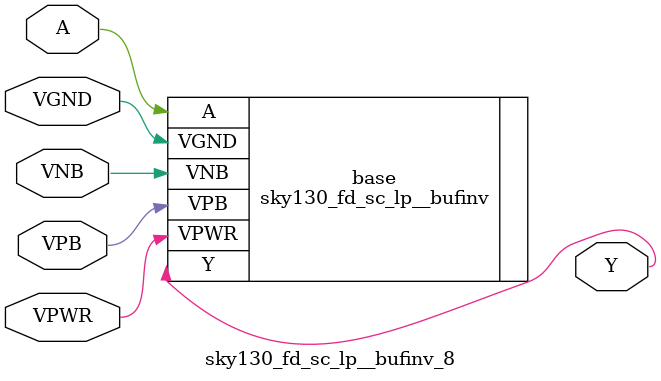
<source format=v>
module sky130_fd_sc_lp__bufinv_8 (
    Y   ,
    A   ,
    VPWR,
    VGND,
    VPB ,
    VNB
);
    output Y   ;
    input  A   ;
    input  VPWR;
    input  VGND;
    input  VPB ;
    input  VNB ;
    sky130_fd_sc_lp__bufinv base (
        .Y(Y),
        .A(A),
        .VPWR(VPWR),
        .VGND(VGND),
        .VPB(VPB),
        .VNB(VNB)
    );
endmodule
</source>
